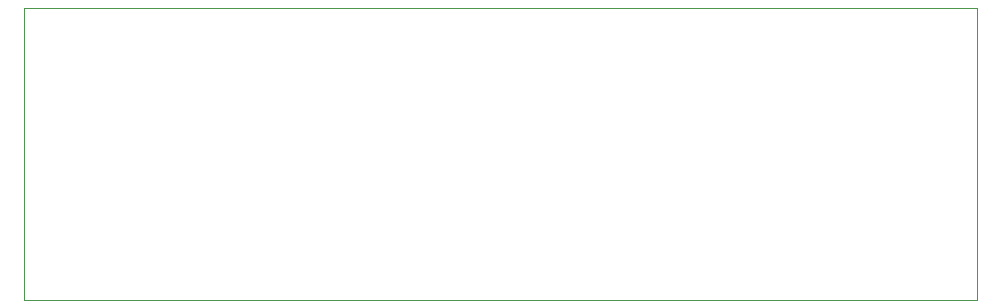
<source format=gbr>
%TF.GenerationSoftware,KiCad,Pcbnew,(5.1.6-0-10_14)*%
%TF.CreationDate,2021-03-20T12:43:37-06:00*%
%TF.ProjectId,rf_dummy_50ohm_20W,72665f64-756d-46d7-995f-35306f686d5f,rev?*%
%TF.SameCoordinates,Original*%
%TF.FileFunction,Profile,NP*%
%FSLAX46Y46*%
G04 Gerber Fmt 4.6, Leading zero omitted, Abs format (unit mm)*
G04 Created by KiCad (PCBNEW (5.1.6-0-10_14)) date 2021-03-20 12:43:37*
%MOMM*%
%LPD*%
G01*
G04 APERTURE LIST*
%TA.AperFunction,Profile*%
%ADD10C,0.050000*%
%TD*%
G04 APERTURE END LIST*
D10*
X196215000Y-109855000D02*
X115570000Y-109855000D01*
X196215000Y-109220000D02*
X196215000Y-109855000D01*
X196215000Y-85090000D02*
X196215000Y-109220000D01*
X115570000Y-85090000D02*
X196215000Y-85090000D01*
X115570000Y-109855000D02*
X115570000Y-85090000D01*
M02*

</source>
